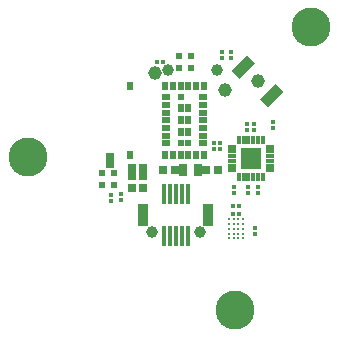
<source format=gbr>
G04 #@! TF.FileFunction,Soldermask,Bot*
%FSLAX46Y46*%
G04 Gerber Fmt 4.6, Leading zero omitted, Abs format (unit mm)*
G04 Created by KiCad (PCBNEW 4.0.2+dfsg1-2~bpo8+1-stable) date jue 23 mar 2017 16:55:10 ART*
%MOMM*%
G01*
G04 APERTURE LIST*
%ADD10C,0.100000*%
%ADD11R,0.440000X0.420000*%
%ADD12R,0.590000X0.590000*%
%ADD13R,0.700000X0.680000*%
%ADD14C,1.150000*%
%ADD15R,0.420000X0.440000*%
%ADD16C,0.310000*%
%ADD17R,0.640000X1.140000*%
%ADD18R,0.642240X0.642240*%
%ADD19C,1.000000*%
%ADD20R,0.437160X1.737160*%
%ADD21R,0.937160X1.937160*%
%ADD22R,0.790000X0.490000*%
%ADD23R,0.490000X0.790000*%
%ADD24R,0.490000X0.490000*%
%ADD25R,0.680000X0.380000*%
%ADD26R,0.380000X0.680000*%
%ADD27R,0.930000X0.980000*%
%ADD28C,3.302000*%
%ADD29C,1.162000*%
G04 APERTURE END LIST*
D10*
D11*
X89550000Y-69160000D03*
X89550000Y-68640000D03*
D12*
X77150000Y-68500000D03*
X78150000Y-68500000D03*
X78150000Y-67500000D03*
X77150000Y-67500000D03*
D13*
X77800000Y-66660000D03*
X77800000Y-66140000D03*
D10*
G36*
X92538626Y-60585966D02*
X91235966Y-61888626D01*
X90569702Y-61222362D01*
X91872362Y-59919702D01*
X92538626Y-60585966D01*
X92538626Y-60585966D01*
G37*
G36*
X90134462Y-58181802D02*
X88831802Y-59484462D01*
X88165538Y-58818198D01*
X89468198Y-57515538D01*
X90134462Y-58181802D01*
X90134462Y-58181802D01*
G37*
D14*
X90352082Y-59702082D03*
D11*
X88050000Y-57760000D03*
X88050000Y-57240000D03*
X87350000Y-57760000D03*
X87350000Y-57240000D03*
X87150000Y-64940000D03*
X87150000Y-65460000D03*
X86650000Y-64940000D03*
X86650000Y-65460000D03*
D15*
X88750000Y-70300000D03*
X88230000Y-70300000D03*
X88750000Y-70900000D03*
X88230000Y-70900000D03*
D11*
X90100000Y-72140000D03*
X90100000Y-72660000D03*
X78750000Y-69240000D03*
X78750000Y-69760000D03*
D16*
X87900000Y-71400000D03*
X87900000Y-72200000D03*
X88700000Y-72200000D03*
X88300000Y-71400000D03*
X87900000Y-72600000D03*
X88300000Y-72600000D03*
X89100000Y-72600000D03*
X88300000Y-71800000D03*
X88700000Y-73000000D03*
X87900000Y-71800000D03*
X88700000Y-71400000D03*
X88300000Y-73000000D03*
X88300000Y-72200000D03*
X87900000Y-73000000D03*
X88700000Y-72600000D03*
X88700000Y-71800000D03*
X89100000Y-71400000D03*
X89100000Y-73000000D03*
X89100000Y-72200000D03*
X89100000Y-71800000D03*
D17*
X85250000Y-67200000D03*
X84050000Y-67200000D03*
D18*
X85950000Y-67200000D03*
X86950000Y-67200000D03*
X83350000Y-67200000D03*
X82350000Y-67200000D03*
X79650000Y-67000000D03*
X80650000Y-67000000D03*
X79650000Y-68700000D03*
X79650000Y-67700000D03*
X80650000Y-68700000D03*
X80650000Y-67700000D03*
D11*
X91600000Y-63650000D03*
X91600000Y-63130000D03*
X89450000Y-63860000D03*
X89450000Y-63340000D03*
X88350000Y-69160000D03*
X88350000Y-68640000D03*
X90050000Y-63860000D03*
X90050000Y-63340000D03*
X90350000Y-69160000D03*
X90350000Y-68640000D03*
X77950000Y-69340000D03*
X77950000Y-69860000D03*
D19*
X86847840Y-58704220D03*
X82747840Y-58704220D03*
X85450000Y-72500000D03*
X81350000Y-72500000D03*
D20*
X84400000Y-72800000D03*
X83900000Y-72800000D03*
X83400000Y-72800000D03*
X82900000Y-72800000D03*
X82400000Y-72800000D03*
X82400000Y-69200000D03*
X82900000Y-69200000D03*
X83400000Y-69200000D03*
X83900000Y-69200000D03*
X84400000Y-69200000D03*
D21*
X80650000Y-71000000D03*
X86150000Y-71000000D03*
D22*
X82530000Y-63650000D03*
X82530000Y-63000000D03*
X82530000Y-62350000D03*
X82530000Y-61700000D03*
X82530000Y-61050000D03*
D23*
X82500000Y-60100000D03*
X83150000Y-60100000D03*
X83800000Y-60100000D03*
X84450000Y-60100000D03*
D22*
X85730000Y-64950000D03*
X85730000Y-64300000D03*
X85730000Y-63650000D03*
X85730000Y-63000000D03*
X85730000Y-62350000D03*
X85730000Y-61700000D03*
X85730000Y-61050000D03*
D23*
X85750000Y-60100000D03*
X85100000Y-60100000D03*
X79500000Y-65900000D03*
X84450000Y-64000000D03*
X85750000Y-65900000D03*
X85100000Y-65900000D03*
X84450000Y-65900000D03*
X83800000Y-65900000D03*
X83150000Y-65900000D03*
X82500000Y-65900000D03*
D22*
X82530000Y-64950000D03*
X82530000Y-64300000D03*
D23*
X84450000Y-63000000D03*
X84450000Y-62000000D03*
D24*
X84450000Y-64950000D03*
X83800000Y-61050000D03*
D23*
X83800000Y-62000000D03*
X83800000Y-63000000D03*
X83800000Y-64000000D03*
D24*
X83800000Y-64950000D03*
D23*
X79500000Y-60100000D03*
D25*
X88150000Y-67240000D03*
X88150000Y-66840000D03*
X88150000Y-66440000D03*
X88150000Y-66040000D03*
X88150000Y-65240000D03*
D26*
X88750000Y-64640000D03*
X89150000Y-64640000D03*
X89550000Y-64640000D03*
X89950000Y-64640000D03*
D27*
X89350000Y-65840000D03*
X89350000Y-66640000D03*
X90150000Y-66640000D03*
X90150000Y-65840000D03*
D26*
X90350000Y-64640000D03*
X90750000Y-64640000D03*
D25*
X91350000Y-65240000D03*
X91350000Y-65640000D03*
X91350000Y-66040000D03*
X91350000Y-66440000D03*
X91350000Y-66840000D03*
X91350000Y-67240000D03*
D26*
X90750000Y-67840000D03*
X90350000Y-67840000D03*
D25*
X88150000Y-65640000D03*
D26*
X89950000Y-67840000D03*
X89550000Y-67840000D03*
X89150000Y-67840000D03*
X88750000Y-67840000D03*
D12*
X84650000Y-58600000D03*
X84650000Y-57600000D03*
X83650000Y-57600000D03*
X83650000Y-58600000D03*
D15*
X82310000Y-58100000D03*
X81790000Y-58100000D03*
D28*
X94850000Y-55100000D03*
X88450000Y-79100000D03*
X70850000Y-66100000D03*
D29*
X87550000Y-60400000D03*
X81650000Y-59000000D03*
M02*

</source>
